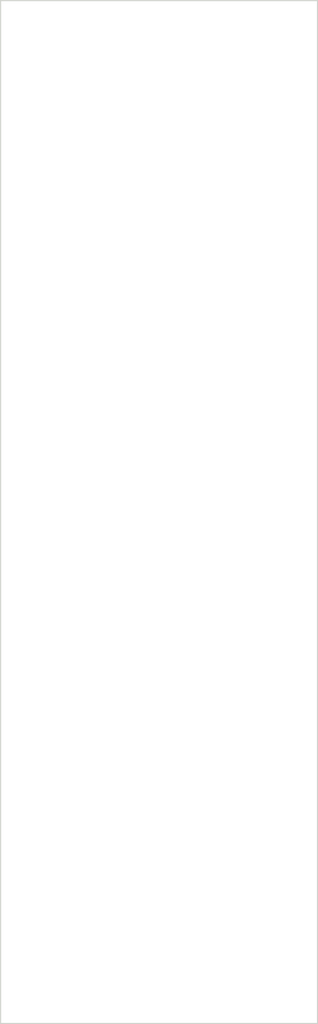
<source format=kicad_pcb>
(kicad_pcb (version 20171130) (host pcbnew "(5.0.2)-1")

  (general
    (thickness 1.6)
    (drawings 4)
    (tracks 0)
    (zones 0)
    (modules 0)
    (nets 1)
  )

  (page A4)
  (layers
    (0 F.Cu signal)
    (31 B.Cu signal)
    (32 B.Adhes user)
    (33 F.Adhes user)
    (34 B.Paste user)
    (35 F.Paste user)
    (36 B.SilkS user)
    (37 F.SilkS user)
    (38 B.Mask user)
    (39 F.Mask user)
    (40 Dwgs.User user)
    (41 Cmts.User user)
    (42 Eco1.User user)
    (43 Eco2.User user)
    (44 Edge.Cuts user)
    (45 Margin user)
    (46 B.CrtYd user)
    (47 F.CrtYd user)
    (48 B.Fab user)
    (49 F.Fab user)
  )

  (setup
    (last_trace_width 0.25)
    (trace_clearance 0.2)
    (zone_clearance 0.508)
    (zone_45_only no)
    (trace_min 0.2)
    (segment_width 0.2)
    (edge_width 0.15)
    (via_size 0.8)
    (via_drill 0.4)
    (via_min_size 0.4)
    (via_min_drill 0.3)
    (uvia_size 0.3)
    (uvia_drill 0.1)
    (uvias_allowed no)
    (uvia_min_size 0.2)
    (uvia_min_drill 0.1)
    (pcb_text_width 0.3)
    (pcb_text_size 1.5 1.5)
    (mod_edge_width 0.15)
    (mod_text_size 1 1)
    (mod_text_width 0.15)
    (pad_size 1.524 1.524)
    (pad_drill 0.762)
    (pad_to_mask_clearance 0.051)
    (solder_mask_min_width 0.25)
    (aux_axis_origin 0 0)
    (visible_elements 7FFFFFFF)
    (pcbplotparams
      (layerselection 0x010fc_ffffffff)
      (usegerberextensions false)
      (usegerberattributes false)
      (usegerberadvancedattributes false)
      (creategerberjobfile false)
      (excludeedgelayer true)
      (linewidth 0.100000)
      (plotframeref false)
      (viasonmask false)
      (mode 1)
      (useauxorigin false)
      (hpglpennumber 1)
      (hpglpenspeed 20)
      (hpglpendiameter 15.000000)
      (psnegative false)
      (psa4output false)
      (plotreference true)
      (plotvalue true)
      (plotinvisibletext false)
      (padsonsilk false)
      (subtractmaskfromsilk false)
      (outputformat 1)
      (mirror false)
      (drillshape 1)
      (scaleselection 1)
      (outputdirectory ""))
  )

  (net 0 "")

  (net_class Default "This is the default net class."
    (clearance 0.2)
    (trace_width 0.25)
    (via_dia 0.8)
    (via_drill 0.4)
    (uvia_dia 0.3)
    (uvia_drill 0.1)
  )

(gr_line (start 150 150) (end 150 21) (layer Edge.Cuts) (width 0.15))
(gr_line (start 150 21) (end 190 21) (layer Edge.Cuts) (width 0.15))
(gr_line (start 190 21) (end 190 150) (layer Edge.Cuts) (width 0.15))
(gr_line (start 190 150) (end 150 150) (layer Edge.Cuts) (width 0.15))
(module MountingHole:MountingHole_3.5mm (layer F.Cu) (tedit 5CE30AB0) (tstamp 5CEF27D3)
(at 157.500000 24.500000)
(pad 1 np_thru_hole circle (at 0 0) (size 3.200000 3.200000) (drill 3.200000) (layers *.Cu *.Mask))
)
(module MountingHole:MountingHole_3.5mm (layer F.Cu) (tedit 5CE30AB0) (tstamp 5CEF27D3)
(at 182.500000 147.000000)
(pad 1 np_thru_hole circle (at 0 0) (size 3.200000 3.200000) (drill 3.200000) (layers *.Cu *.Mask))
)
(gr_line (start 150 30) (end 190 30) (layer Dwgs.User) (width 0.15))
(gr_line (start 150 140) (end 190 140) (layer Dwgs.User) (width 0.15))
(gr_line (start 150 134) (end 150 36) (layer Dwgs.User) (width 0.15))
(gr_line (start 150 36) (end 189 36) (layer Dwgs.User) (width 0.15))
(gr_line (start 189 36) (end 189 134) (layer Dwgs.User) (width 0.15))
(gr_line (start 150 134) (end 189 134) (layer Dwgs.User) (width 0.15))
(module MountingHole:MountingHole_3.5mm (layer F.Cu) (tedit 5CE30AB0) (tstamp 5CEF27D3)
(at 157.500000 97.750000)
(pad 1 np_thru_hole circle (at 0 0) (size 7.100000 7.100000) (drill 7.100000) (layers *.Cu *.Mask))
)
(module MountingHole:MountingHole_3.5mm (layer F.Cu) (tedit 5CE30AB0) (tstamp 5CEF27D3)
(at 182.500000 97.750000)
(pad 1 np_thru_hole circle (at 0 0) (size 7.100000 7.100000) (drill 7.100000) (layers *.Cu *.Mask))
)
(module MountingHole:MountingHole_3.5mm (layer F.Cu) (tedit 5CE30AB0) (tstamp 5CEF27D3)
(at 170.500000 79.750000)
(pad 1 np_thru_hole circle (at 0 0) (size 7.100000 7.100000) (drill 7.100000) (layers *.Cu *.Mask))
)
(module MountingHole:MountingHole_3.5mm (layer F.Cu) (tedit 5CE30AB0) (tstamp 5CEF27D3)
(at 157.500000 62.750000)
(pad 1 np_thru_hole circle (at 0 0) (size 7.100000 7.100000) (drill 7.100000) (layers *.Cu *.Mask))
)
(module MountingHole:MountingHole_3.5mm (layer F.Cu) (tedit 5CE30AB0) (tstamp 5CEF27D3)
(at 182.500000 62.750000)
(pad 1 np_thru_hole circle (at 0 0) (size 7.100000 7.100000) (drill 7.100000) (layers *.Cu *.Mask))
)
(module MountingHole:MountingHole_3.5mm (layer F.Cu) (tedit 5CE30AB0) (tstamp 5CEF27D3)
(at 157.500000 46.750000)
(pad 1 np_thru_hole circle (at 0 0) (size 6.100000 6.100000) (drill 6.100000) (layers *.Cu *.Mask))
)
(module MountingHole:MountingHole_3.5mm (layer F.Cu) (tedit 5CE30AB0) (tstamp 5CEF27D3)
(at 182.500000 46.750000)
(pad 1 np_thru_hole circle (at 0 0) (size 6.100000 6.100000) (drill 6.100000) (layers *.Cu *.Mask))
)
)

</source>
